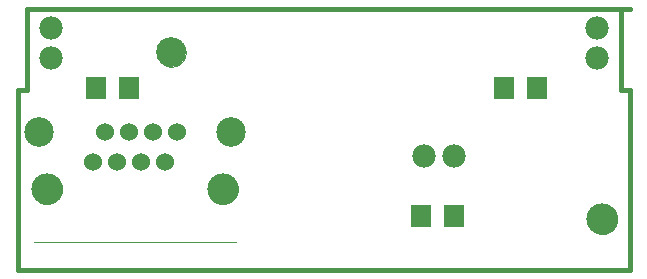
<source format=gts>
G75*
%MOIN*%
%OFA0B0*%
%FSLAX25Y25*%
%IPPOS*%
%LPD*%
%AMOC8*
5,1,8,0,0,1.08239X$1,22.5*
%
%ADD10C,0.01600*%
%ADD11C,0.00000*%
%ADD12C,0.10400*%
%ADD13C,0.09900*%
%ADD14C,0.06000*%
%ADD15C,0.09849*%
%ADD16C,0.10439*%
%ADD17R,0.06699X0.07487*%
%ADD18C,0.07800*%
D10*
X0001800Y0001800D02*
X0205800Y0001800D01*
X0205800Y0061800D01*
X0202800Y0061800D01*
X0202800Y0088800D01*
X0205800Y0088800D01*
X0202800Y0088800D02*
X0004800Y0088800D01*
X0004800Y0061800D01*
X0001800Y0061800D01*
X0001800Y0001800D01*
D11*
X0007209Y0011005D02*
X0074391Y0011005D01*
X0065071Y0028800D02*
X0065073Y0028941D01*
X0065079Y0029083D01*
X0065089Y0029224D01*
X0065103Y0029365D01*
X0065121Y0029505D01*
X0065143Y0029645D01*
X0065168Y0029784D01*
X0065198Y0029922D01*
X0065232Y0030059D01*
X0065269Y0030196D01*
X0065310Y0030331D01*
X0065355Y0030465D01*
X0065404Y0030598D01*
X0065457Y0030729D01*
X0065513Y0030859D01*
X0065573Y0030987D01*
X0065636Y0031114D01*
X0065703Y0031238D01*
X0065773Y0031361D01*
X0065847Y0031481D01*
X0065924Y0031600D01*
X0066005Y0031716D01*
X0066089Y0031830D01*
X0066176Y0031942D01*
X0066266Y0032051D01*
X0066359Y0032157D01*
X0066455Y0032261D01*
X0066554Y0032362D01*
X0066656Y0032460D01*
X0066760Y0032556D01*
X0066867Y0032648D01*
X0066977Y0032737D01*
X0067089Y0032824D01*
X0067204Y0032907D01*
X0067320Y0032986D01*
X0067439Y0033063D01*
X0067561Y0033136D01*
X0067684Y0033205D01*
X0067809Y0033271D01*
X0067936Y0033334D01*
X0068064Y0033393D01*
X0068194Y0033448D01*
X0068326Y0033500D01*
X0068459Y0033547D01*
X0068594Y0033591D01*
X0068729Y0033632D01*
X0068866Y0033668D01*
X0069004Y0033701D01*
X0069142Y0033729D01*
X0069281Y0033754D01*
X0069421Y0033775D01*
X0069562Y0033792D01*
X0069702Y0033805D01*
X0069844Y0033814D01*
X0069985Y0033819D01*
X0070126Y0033820D01*
X0070268Y0033817D01*
X0070409Y0033810D01*
X0070550Y0033799D01*
X0070691Y0033784D01*
X0070831Y0033765D01*
X0070970Y0033742D01*
X0071109Y0033716D01*
X0071247Y0033685D01*
X0071385Y0033650D01*
X0071521Y0033612D01*
X0071656Y0033570D01*
X0071789Y0033524D01*
X0071922Y0033474D01*
X0072053Y0033421D01*
X0072182Y0033364D01*
X0072310Y0033303D01*
X0072436Y0033239D01*
X0072560Y0033171D01*
X0072682Y0033100D01*
X0072802Y0033025D01*
X0072920Y0032947D01*
X0073036Y0032865D01*
X0073149Y0032781D01*
X0073260Y0032693D01*
X0073369Y0032602D01*
X0073474Y0032508D01*
X0073578Y0032412D01*
X0073678Y0032312D01*
X0073775Y0032210D01*
X0073870Y0032104D01*
X0073962Y0031997D01*
X0074050Y0031886D01*
X0074136Y0031774D01*
X0074218Y0031658D01*
X0074297Y0031541D01*
X0074372Y0031421D01*
X0074444Y0031300D01*
X0074513Y0031176D01*
X0074578Y0031051D01*
X0074640Y0030923D01*
X0074698Y0030794D01*
X0074752Y0030664D01*
X0074803Y0030532D01*
X0074850Y0030398D01*
X0074893Y0030264D01*
X0074932Y0030128D01*
X0074968Y0029991D01*
X0074999Y0029853D01*
X0075027Y0029714D01*
X0075051Y0029575D01*
X0075071Y0029435D01*
X0075087Y0029294D01*
X0075099Y0029153D01*
X0075107Y0029012D01*
X0075111Y0028871D01*
X0075111Y0028729D01*
X0075107Y0028588D01*
X0075099Y0028447D01*
X0075087Y0028306D01*
X0075071Y0028165D01*
X0075051Y0028025D01*
X0075027Y0027886D01*
X0074999Y0027747D01*
X0074968Y0027609D01*
X0074932Y0027472D01*
X0074893Y0027336D01*
X0074850Y0027202D01*
X0074803Y0027068D01*
X0074752Y0026936D01*
X0074698Y0026806D01*
X0074640Y0026677D01*
X0074578Y0026549D01*
X0074513Y0026424D01*
X0074444Y0026300D01*
X0074372Y0026179D01*
X0074297Y0026059D01*
X0074218Y0025942D01*
X0074136Y0025826D01*
X0074050Y0025714D01*
X0073962Y0025603D01*
X0073870Y0025496D01*
X0073775Y0025390D01*
X0073678Y0025288D01*
X0073578Y0025188D01*
X0073474Y0025092D01*
X0073369Y0024998D01*
X0073260Y0024907D01*
X0073149Y0024819D01*
X0073036Y0024735D01*
X0072920Y0024653D01*
X0072802Y0024575D01*
X0072682Y0024500D01*
X0072560Y0024429D01*
X0072436Y0024361D01*
X0072310Y0024297D01*
X0072182Y0024236D01*
X0072053Y0024179D01*
X0071922Y0024126D01*
X0071789Y0024076D01*
X0071656Y0024030D01*
X0071521Y0023988D01*
X0071385Y0023950D01*
X0071247Y0023915D01*
X0071109Y0023884D01*
X0070970Y0023858D01*
X0070831Y0023835D01*
X0070691Y0023816D01*
X0070550Y0023801D01*
X0070409Y0023790D01*
X0070268Y0023783D01*
X0070126Y0023780D01*
X0069985Y0023781D01*
X0069844Y0023786D01*
X0069702Y0023795D01*
X0069562Y0023808D01*
X0069421Y0023825D01*
X0069281Y0023846D01*
X0069142Y0023871D01*
X0069004Y0023899D01*
X0068866Y0023932D01*
X0068729Y0023968D01*
X0068594Y0024009D01*
X0068459Y0024053D01*
X0068326Y0024100D01*
X0068194Y0024152D01*
X0068064Y0024207D01*
X0067936Y0024266D01*
X0067809Y0024329D01*
X0067684Y0024395D01*
X0067561Y0024464D01*
X0067439Y0024537D01*
X0067320Y0024614D01*
X0067204Y0024693D01*
X0067089Y0024776D01*
X0066977Y0024863D01*
X0066867Y0024952D01*
X0066760Y0025044D01*
X0066656Y0025140D01*
X0066554Y0025238D01*
X0066455Y0025339D01*
X0066359Y0025443D01*
X0066266Y0025549D01*
X0066176Y0025658D01*
X0066089Y0025770D01*
X0066005Y0025884D01*
X0065924Y0026000D01*
X0065847Y0026119D01*
X0065773Y0026239D01*
X0065703Y0026362D01*
X0065636Y0026486D01*
X0065573Y0026613D01*
X0065513Y0026741D01*
X0065457Y0026871D01*
X0065404Y0027002D01*
X0065355Y0027135D01*
X0065310Y0027269D01*
X0065269Y0027404D01*
X0065232Y0027541D01*
X0065198Y0027678D01*
X0065168Y0027816D01*
X0065143Y0027955D01*
X0065121Y0028095D01*
X0065103Y0028235D01*
X0065089Y0028376D01*
X0065079Y0028517D01*
X0065073Y0028659D01*
X0065071Y0028800D01*
X0006489Y0028800D02*
X0006491Y0028941D01*
X0006497Y0029083D01*
X0006507Y0029224D01*
X0006521Y0029365D01*
X0006539Y0029505D01*
X0006561Y0029645D01*
X0006586Y0029784D01*
X0006616Y0029922D01*
X0006650Y0030059D01*
X0006687Y0030196D01*
X0006728Y0030331D01*
X0006773Y0030465D01*
X0006822Y0030598D01*
X0006875Y0030729D01*
X0006931Y0030859D01*
X0006991Y0030987D01*
X0007054Y0031114D01*
X0007121Y0031238D01*
X0007191Y0031361D01*
X0007265Y0031481D01*
X0007342Y0031600D01*
X0007423Y0031716D01*
X0007507Y0031830D01*
X0007594Y0031942D01*
X0007684Y0032051D01*
X0007777Y0032157D01*
X0007873Y0032261D01*
X0007972Y0032362D01*
X0008074Y0032460D01*
X0008178Y0032556D01*
X0008285Y0032648D01*
X0008395Y0032737D01*
X0008507Y0032824D01*
X0008622Y0032907D01*
X0008738Y0032986D01*
X0008857Y0033063D01*
X0008979Y0033136D01*
X0009102Y0033205D01*
X0009227Y0033271D01*
X0009354Y0033334D01*
X0009482Y0033393D01*
X0009612Y0033448D01*
X0009744Y0033500D01*
X0009877Y0033547D01*
X0010012Y0033591D01*
X0010147Y0033632D01*
X0010284Y0033668D01*
X0010422Y0033701D01*
X0010560Y0033729D01*
X0010699Y0033754D01*
X0010839Y0033775D01*
X0010980Y0033792D01*
X0011120Y0033805D01*
X0011262Y0033814D01*
X0011403Y0033819D01*
X0011544Y0033820D01*
X0011686Y0033817D01*
X0011827Y0033810D01*
X0011968Y0033799D01*
X0012109Y0033784D01*
X0012249Y0033765D01*
X0012388Y0033742D01*
X0012527Y0033716D01*
X0012665Y0033685D01*
X0012803Y0033650D01*
X0012939Y0033612D01*
X0013074Y0033570D01*
X0013207Y0033524D01*
X0013340Y0033474D01*
X0013471Y0033421D01*
X0013600Y0033364D01*
X0013728Y0033303D01*
X0013854Y0033239D01*
X0013978Y0033171D01*
X0014100Y0033100D01*
X0014220Y0033025D01*
X0014338Y0032947D01*
X0014454Y0032865D01*
X0014567Y0032781D01*
X0014678Y0032693D01*
X0014787Y0032602D01*
X0014892Y0032508D01*
X0014996Y0032412D01*
X0015096Y0032312D01*
X0015193Y0032210D01*
X0015288Y0032104D01*
X0015380Y0031997D01*
X0015468Y0031886D01*
X0015554Y0031774D01*
X0015636Y0031658D01*
X0015715Y0031541D01*
X0015790Y0031421D01*
X0015862Y0031300D01*
X0015931Y0031176D01*
X0015996Y0031051D01*
X0016058Y0030923D01*
X0016116Y0030794D01*
X0016170Y0030664D01*
X0016221Y0030532D01*
X0016268Y0030398D01*
X0016311Y0030264D01*
X0016350Y0030128D01*
X0016386Y0029991D01*
X0016417Y0029853D01*
X0016445Y0029714D01*
X0016469Y0029575D01*
X0016489Y0029435D01*
X0016505Y0029294D01*
X0016517Y0029153D01*
X0016525Y0029012D01*
X0016529Y0028871D01*
X0016529Y0028729D01*
X0016525Y0028588D01*
X0016517Y0028447D01*
X0016505Y0028306D01*
X0016489Y0028165D01*
X0016469Y0028025D01*
X0016445Y0027886D01*
X0016417Y0027747D01*
X0016386Y0027609D01*
X0016350Y0027472D01*
X0016311Y0027336D01*
X0016268Y0027202D01*
X0016221Y0027068D01*
X0016170Y0026936D01*
X0016116Y0026806D01*
X0016058Y0026677D01*
X0015996Y0026549D01*
X0015931Y0026424D01*
X0015862Y0026300D01*
X0015790Y0026179D01*
X0015715Y0026059D01*
X0015636Y0025942D01*
X0015554Y0025826D01*
X0015468Y0025714D01*
X0015380Y0025603D01*
X0015288Y0025496D01*
X0015193Y0025390D01*
X0015096Y0025288D01*
X0014996Y0025188D01*
X0014892Y0025092D01*
X0014787Y0024998D01*
X0014678Y0024907D01*
X0014567Y0024819D01*
X0014454Y0024735D01*
X0014338Y0024653D01*
X0014220Y0024575D01*
X0014100Y0024500D01*
X0013978Y0024429D01*
X0013854Y0024361D01*
X0013728Y0024297D01*
X0013600Y0024236D01*
X0013471Y0024179D01*
X0013340Y0024126D01*
X0013207Y0024076D01*
X0013074Y0024030D01*
X0012939Y0023988D01*
X0012803Y0023950D01*
X0012665Y0023915D01*
X0012527Y0023884D01*
X0012388Y0023858D01*
X0012249Y0023835D01*
X0012109Y0023816D01*
X0011968Y0023801D01*
X0011827Y0023790D01*
X0011686Y0023783D01*
X0011544Y0023780D01*
X0011403Y0023781D01*
X0011262Y0023786D01*
X0011120Y0023795D01*
X0010980Y0023808D01*
X0010839Y0023825D01*
X0010699Y0023846D01*
X0010560Y0023871D01*
X0010422Y0023899D01*
X0010284Y0023932D01*
X0010147Y0023968D01*
X0010012Y0024009D01*
X0009877Y0024053D01*
X0009744Y0024100D01*
X0009612Y0024152D01*
X0009482Y0024207D01*
X0009354Y0024266D01*
X0009227Y0024329D01*
X0009102Y0024395D01*
X0008979Y0024464D01*
X0008857Y0024537D01*
X0008738Y0024614D01*
X0008622Y0024693D01*
X0008507Y0024776D01*
X0008395Y0024863D01*
X0008285Y0024952D01*
X0008178Y0025044D01*
X0008074Y0025140D01*
X0007972Y0025238D01*
X0007873Y0025339D01*
X0007777Y0025443D01*
X0007684Y0025549D01*
X0007594Y0025658D01*
X0007507Y0025770D01*
X0007423Y0025884D01*
X0007342Y0026000D01*
X0007265Y0026119D01*
X0007191Y0026239D01*
X0007121Y0026362D01*
X0007054Y0026486D01*
X0006991Y0026613D01*
X0006931Y0026741D01*
X0006875Y0026871D01*
X0006822Y0027002D01*
X0006773Y0027135D01*
X0006728Y0027269D01*
X0006687Y0027404D01*
X0006650Y0027541D01*
X0006616Y0027678D01*
X0006586Y0027816D01*
X0006561Y0027955D01*
X0006539Y0028095D01*
X0006521Y0028235D01*
X0006507Y0028376D01*
X0006497Y0028517D01*
X0006491Y0028659D01*
X0006489Y0028800D01*
X0048250Y0074300D02*
X0048252Y0074438D01*
X0048258Y0074575D01*
X0048268Y0074712D01*
X0048282Y0074849D01*
X0048300Y0074985D01*
X0048322Y0075121D01*
X0048347Y0075256D01*
X0048377Y0075390D01*
X0048410Y0075524D01*
X0048448Y0075656D01*
X0048489Y0075787D01*
X0048534Y0075917D01*
X0048583Y0076046D01*
X0048635Y0076173D01*
X0048691Y0076299D01*
X0048751Y0076423D01*
X0048814Y0076545D01*
X0048881Y0076665D01*
X0048951Y0076783D01*
X0049024Y0076900D01*
X0049101Y0077014D01*
X0049182Y0077125D01*
X0049265Y0077235D01*
X0049351Y0077342D01*
X0049441Y0077446D01*
X0049534Y0077548D01*
X0049629Y0077647D01*
X0049727Y0077743D01*
X0049828Y0077836D01*
X0049932Y0077926D01*
X0050038Y0078014D01*
X0050147Y0078098D01*
X0050258Y0078179D01*
X0050372Y0078257D01*
X0050487Y0078331D01*
X0050605Y0078402D01*
X0050725Y0078470D01*
X0050847Y0078534D01*
X0050970Y0078594D01*
X0051095Y0078651D01*
X0051222Y0078705D01*
X0051350Y0078754D01*
X0051480Y0078800D01*
X0051611Y0078842D01*
X0051743Y0078881D01*
X0051876Y0078915D01*
X0052010Y0078946D01*
X0052145Y0078972D01*
X0052281Y0078995D01*
X0052417Y0079014D01*
X0052554Y0079029D01*
X0052691Y0079040D01*
X0052828Y0079047D01*
X0052966Y0079050D01*
X0053103Y0079049D01*
X0053241Y0079044D01*
X0053378Y0079035D01*
X0053515Y0079022D01*
X0053651Y0079005D01*
X0053787Y0078984D01*
X0053922Y0078960D01*
X0054057Y0078931D01*
X0054191Y0078898D01*
X0054323Y0078862D01*
X0054455Y0078822D01*
X0054585Y0078778D01*
X0054714Y0078730D01*
X0054842Y0078678D01*
X0054968Y0078623D01*
X0055092Y0078565D01*
X0055214Y0078502D01*
X0055335Y0078436D01*
X0055454Y0078367D01*
X0055571Y0078294D01*
X0055685Y0078218D01*
X0055798Y0078139D01*
X0055908Y0078056D01*
X0056015Y0077970D01*
X0056120Y0077882D01*
X0056222Y0077790D01*
X0056322Y0077695D01*
X0056419Y0077597D01*
X0056513Y0077497D01*
X0056604Y0077394D01*
X0056692Y0077288D01*
X0056777Y0077180D01*
X0056859Y0077070D01*
X0056938Y0076957D01*
X0057013Y0076842D01*
X0057085Y0076724D01*
X0057153Y0076605D01*
X0057218Y0076484D01*
X0057280Y0076361D01*
X0057337Y0076236D01*
X0057392Y0076110D01*
X0057442Y0075982D01*
X0057489Y0075853D01*
X0057532Y0075722D01*
X0057571Y0075590D01*
X0057607Y0075457D01*
X0057638Y0075323D01*
X0057666Y0075189D01*
X0057690Y0075053D01*
X0057710Y0074917D01*
X0057726Y0074781D01*
X0057738Y0074644D01*
X0057746Y0074506D01*
X0057750Y0074369D01*
X0057750Y0074231D01*
X0057746Y0074094D01*
X0057738Y0073956D01*
X0057726Y0073819D01*
X0057710Y0073683D01*
X0057690Y0073547D01*
X0057666Y0073411D01*
X0057638Y0073277D01*
X0057607Y0073143D01*
X0057571Y0073010D01*
X0057532Y0072878D01*
X0057489Y0072747D01*
X0057442Y0072618D01*
X0057392Y0072490D01*
X0057337Y0072364D01*
X0057280Y0072239D01*
X0057218Y0072116D01*
X0057153Y0071995D01*
X0057085Y0071876D01*
X0057013Y0071758D01*
X0056938Y0071643D01*
X0056859Y0071530D01*
X0056777Y0071420D01*
X0056692Y0071312D01*
X0056604Y0071206D01*
X0056513Y0071103D01*
X0056419Y0071003D01*
X0056322Y0070905D01*
X0056222Y0070810D01*
X0056120Y0070718D01*
X0056015Y0070630D01*
X0055908Y0070544D01*
X0055798Y0070461D01*
X0055685Y0070382D01*
X0055571Y0070306D01*
X0055454Y0070233D01*
X0055335Y0070164D01*
X0055214Y0070098D01*
X0055092Y0070035D01*
X0054968Y0069977D01*
X0054842Y0069922D01*
X0054714Y0069870D01*
X0054585Y0069822D01*
X0054455Y0069778D01*
X0054323Y0069738D01*
X0054191Y0069702D01*
X0054057Y0069669D01*
X0053922Y0069640D01*
X0053787Y0069616D01*
X0053651Y0069595D01*
X0053515Y0069578D01*
X0053378Y0069565D01*
X0053241Y0069556D01*
X0053103Y0069551D01*
X0052966Y0069550D01*
X0052828Y0069553D01*
X0052691Y0069560D01*
X0052554Y0069571D01*
X0052417Y0069586D01*
X0052281Y0069605D01*
X0052145Y0069628D01*
X0052010Y0069654D01*
X0051876Y0069685D01*
X0051743Y0069719D01*
X0051611Y0069758D01*
X0051480Y0069800D01*
X0051350Y0069846D01*
X0051222Y0069895D01*
X0051095Y0069949D01*
X0050970Y0070006D01*
X0050847Y0070066D01*
X0050725Y0070130D01*
X0050605Y0070198D01*
X0050487Y0070269D01*
X0050372Y0070343D01*
X0050258Y0070421D01*
X0050147Y0070502D01*
X0050038Y0070586D01*
X0049932Y0070674D01*
X0049828Y0070764D01*
X0049727Y0070857D01*
X0049629Y0070953D01*
X0049534Y0071052D01*
X0049441Y0071154D01*
X0049351Y0071258D01*
X0049265Y0071365D01*
X0049182Y0071475D01*
X0049101Y0071586D01*
X0049024Y0071700D01*
X0048951Y0071817D01*
X0048881Y0071935D01*
X0048814Y0072055D01*
X0048751Y0072177D01*
X0048691Y0072301D01*
X0048635Y0072427D01*
X0048583Y0072554D01*
X0048534Y0072683D01*
X0048489Y0072813D01*
X0048448Y0072944D01*
X0048410Y0073076D01*
X0048377Y0073210D01*
X0048347Y0073344D01*
X0048322Y0073479D01*
X0048300Y0073615D01*
X0048282Y0073751D01*
X0048268Y0073888D01*
X0048258Y0074025D01*
X0048252Y0074162D01*
X0048250Y0074300D01*
X0191600Y0018800D02*
X0191602Y0018941D01*
X0191608Y0019082D01*
X0191618Y0019222D01*
X0191632Y0019362D01*
X0191650Y0019502D01*
X0191671Y0019641D01*
X0191697Y0019780D01*
X0191726Y0019918D01*
X0191760Y0020054D01*
X0191797Y0020190D01*
X0191838Y0020325D01*
X0191883Y0020459D01*
X0191932Y0020591D01*
X0191984Y0020722D01*
X0192040Y0020851D01*
X0192100Y0020978D01*
X0192163Y0021104D01*
X0192229Y0021228D01*
X0192300Y0021351D01*
X0192373Y0021471D01*
X0192450Y0021589D01*
X0192530Y0021705D01*
X0192614Y0021818D01*
X0192700Y0021929D01*
X0192790Y0022038D01*
X0192883Y0022144D01*
X0192978Y0022247D01*
X0193077Y0022348D01*
X0193178Y0022446D01*
X0193282Y0022541D01*
X0193389Y0022633D01*
X0193498Y0022722D01*
X0193610Y0022807D01*
X0193724Y0022890D01*
X0193840Y0022970D01*
X0193959Y0023046D01*
X0194080Y0023118D01*
X0194202Y0023188D01*
X0194327Y0023253D01*
X0194453Y0023316D01*
X0194581Y0023374D01*
X0194711Y0023429D01*
X0194842Y0023481D01*
X0194975Y0023528D01*
X0195109Y0023572D01*
X0195244Y0023613D01*
X0195380Y0023649D01*
X0195517Y0023681D01*
X0195655Y0023710D01*
X0195793Y0023735D01*
X0195933Y0023755D01*
X0196073Y0023772D01*
X0196213Y0023785D01*
X0196354Y0023794D01*
X0196494Y0023799D01*
X0196635Y0023800D01*
X0196776Y0023797D01*
X0196917Y0023790D01*
X0197057Y0023779D01*
X0197197Y0023764D01*
X0197337Y0023745D01*
X0197476Y0023723D01*
X0197614Y0023696D01*
X0197752Y0023666D01*
X0197888Y0023631D01*
X0198024Y0023593D01*
X0198158Y0023551D01*
X0198292Y0023505D01*
X0198424Y0023456D01*
X0198554Y0023402D01*
X0198683Y0023345D01*
X0198810Y0023285D01*
X0198936Y0023221D01*
X0199059Y0023153D01*
X0199181Y0023082D01*
X0199301Y0023008D01*
X0199418Y0022930D01*
X0199533Y0022849D01*
X0199646Y0022765D01*
X0199757Y0022678D01*
X0199865Y0022587D01*
X0199970Y0022494D01*
X0200073Y0022397D01*
X0200173Y0022298D01*
X0200270Y0022196D01*
X0200364Y0022091D01*
X0200455Y0021984D01*
X0200543Y0021874D01*
X0200628Y0021762D01*
X0200710Y0021647D01*
X0200789Y0021530D01*
X0200864Y0021411D01*
X0200936Y0021290D01*
X0201004Y0021167D01*
X0201069Y0021042D01*
X0201131Y0020915D01*
X0201188Y0020786D01*
X0201243Y0020656D01*
X0201293Y0020525D01*
X0201340Y0020392D01*
X0201383Y0020258D01*
X0201422Y0020122D01*
X0201457Y0019986D01*
X0201489Y0019849D01*
X0201516Y0019711D01*
X0201540Y0019572D01*
X0201560Y0019432D01*
X0201576Y0019292D01*
X0201588Y0019152D01*
X0201596Y0019011D01*
X0201600Y0018870D01*
X0201600Y0018730D01*
X0201596Y0018589D01*
X0201588Y0018448D01*
X0201576Y0018308D01*
X0201560Y0018168D01*
X0201540Y0018028D01*
X0201516Y0017889D01*
X0201489Y0017751D01*
X0201457Y0017614D01*
X0201422Y0017478D01*
X0201383Y0017342D01*
X0201340Y0017208D01*
X0201293Y0017075D01*
X0201243Y0016944D01*
X0201188Y0016814D01*
X0201131Y0016685D01*
X0201069Y0016558D01*
X0201004Y0016433D01*
X0200936Y0016310D01*
X0200864Y0016189D01*
X0200789Y0016070D01*
X0200710Y0015953D01*
X0200628Y0015838D01*
X0200543Y0015726D01*
X0200455Y0015616D01*
X0200364Y0015509D01*
X0200270Y0015404D01*
X0200173Y0015302D01*
X0200073Y0015203D01*
X0199970Y0015106D01*
X0199865Y0015013D01*
X0199757Y0014922D01*
X0199646Y0014835D01*
X0199533Y0014751D01*
X0199418Y0014670D01*
X0199301Y0014592D01*
X0199181Y0014518D01*
X0199059Y0014447D01*
X0198936Y0014379D01*
X0198810Y0014315D01*
X0198683Y0014255D01*
X0198554Y0014198D01*
X0198424Y0014144D01*
X0198292Y0014095D01*
X0198158Y0014049D01*
X0198024Y0014007D01*
X0197888Y0013969D01*
X0197752Y0013934D01*
X0197614Y0013904D01*
X0197476Y0013877D01*
X0197337Y0013855D01*
X0197197Y0013836D01*
X0197057Y0013821D01*
X0196917Y0013810D01*
X0196776Y0013803D01*
X0196635Y0013800D01*
X0196494Y0013801D01*
X0196354Y0013806D01*
X0196213Y0013815D01*
X0196073Y0013828D01*
X0195933Y0013845D01*
X0195793Y0013865D01*
X0195655Y0013890D01*
X0195517Y0013919D01*
X0195380Y0013951D01*
X0195244Y0013987D01*
X0195109Y0014028D01*
X0194975Y0014072D01*
X0194842Y0014119D01*
X0194711Y0014171D01*
X0194581Y0014226D01*
X0194453Y0014284D01*
X0194327Y0014347D01*
X0194202Y0014412D01*
X0194080Y0014482D01*
X0193959Y0014554D01*
X0193840Y0014630D01*
X0193724Y0014710D01*
X0193610Y0014793D01*
X0193498Y0014878D01*
X0193389Y0014967D01*
X0193282Y0015059D01*
X0193178Y0015154D01*
X0193077Y0015252D01*
X0192978Y0015353D01*
X0192883Y0015456D01*
X0192790Y0015562D01*
X0192700Y0015671D01*
X0192614Y0015782D01*
X0192530Y0015895D01*
X0192450Y0016011D01*
X0192373Y0016129D01*
X0192300Y0016249D01*
X0192229Y0016372D01*
X0192163Y0016496D01*
X0192100Y0016622D01*
X0192040Y0016749D01*
X0191984Y0016878D01*
X0191932Y0017009D01*
X0191883Y0017141D01*
X0191838Y0017275D01*
X0191797Y0017410D01*
X0191760Y0017546D01*
X0191726Y0017682D01*
X0191697Y0017820D01*
X0191671Y0017959D01*
X0191650Y0018098D01*
X0191632Y0018238D01*
X0191618Y0018378D01*
X0191608Y0018518D01*
X0191602Y0018659D01*
X0191600Y0018800D01*
D12*
X0196600Y0018800D03*
D13*
X0053000Y0074300D03*
D14*
X0054855Y0047855D03*
X0046824Y0047855D03*
X0038792Y0047855D03*
X0030761Y0047855D03*
X0034776Y0037855D03*
X0026745Y0037855D03*
X0042808Y0037855D03*
X0050839Y0037855D03*
D15*
X0072788Y0047855D03*
X0008812Y0047855D03*
D16*
X0011509Y0028800D03*
X0070091Y0028800D03*
D17*
X0136288Y0019800D03*
X0147312Y0019800D03*
X0163788Y0062300D03*
X0174812Y0062300D03*
X0038812Y0062300D03*
X0027788Y0062300D03*
D18*
X0012800Y0072300D03*
X0012800Y0082300D03*
X0137300Y0039800D03*
X0147300Y0039800D03*
X0194800Y0072300D03*
X0194800Y0082300D03*
M02*

</source>
